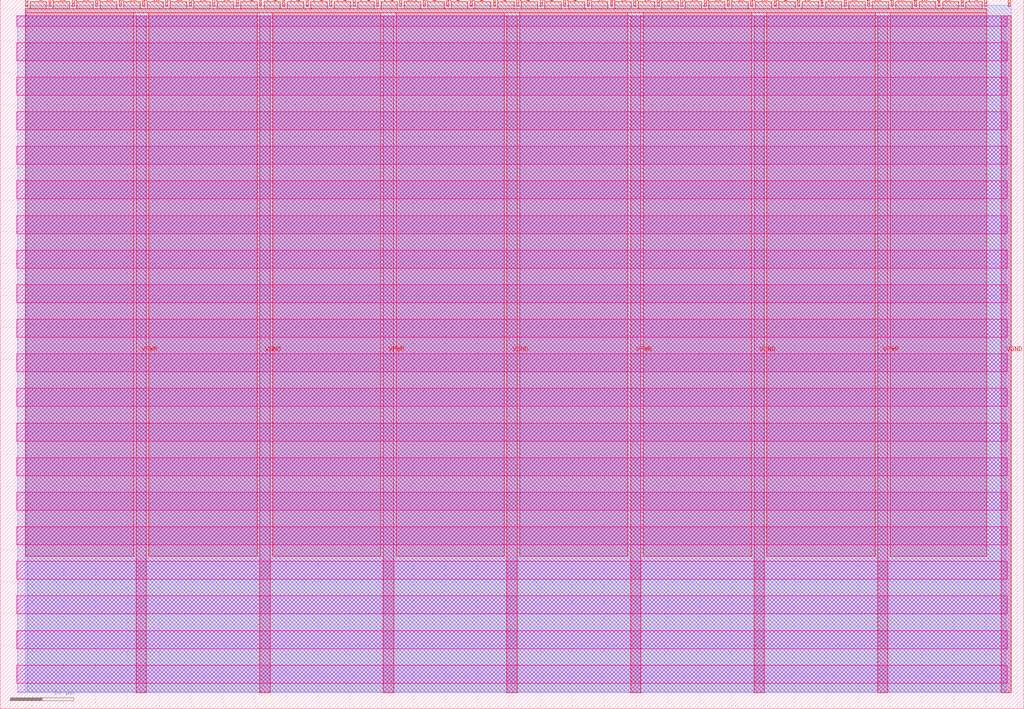
<source format=lef>
VERSION 5.7 ;
  NOWIREEXTENSIONATPIN ON ;
  DIVIDERCHAR "/" ;
  BUSBITCHARS "[]" ;
MACRO tt_um_vga_clock
  CLASS BLOCK ;
  FOREIGN tt_um_vga_clock ;
  ORIGIN 0.000 0.000 ;
  SIZE 161.000 BY 111.520 ;
  PIN VGND
    DIRECTION INOUT ;
    USE GROUND ;
    PORT
      LAYER met4 ;
        RECT 40.830 2.480 42.430 109.040 ;
    END
    PORT
      LAYER met4 ;
        RECT 79.700 2.480 81.300 109.040 ;
    END
    PORT
      LAYER met4 ;
        RECT 118.570 2.480 120.170 109.040 ;
    END
    PORT
      LAYER met4 ;
        RECT 157.440 2.480 159.040 109.040 ;
    END
  END VGND
  PIN VPWR
    DIRECTION INOUT ;
    USE POWER ;
    PORT
      LAYER met4 ;
        RECT 21.395 2.480 22.995 109.040 ;
    END
    PORT
      LAYER met4 ;
        RECT 60.265 2.480 61.865 109.040 ;
    END
    PORT
      LAYER met4 ;
        RECT 99.135 2.480 100.735 109.040 ;
    END
    PORT
      LAYER met4 ;
        RECT 138.005 2.480 139.605 109.040 ;
    END
  END VPWR
  PIN clk
    DIRECTION INPUT ;
    USE SIGNAL ;
    ANTENNAGATEAREA 0.852000 ;
    PORT
      LAYER met4 ;
        RECT 154.870 110.520 155.170 111.520 ;
    END
  END clk
  PIN ena
    DIRECTION INPUT ;
    USE SIGNAL ;
    PORT
      LAYER met4 ;
        RECT 158.550 110.520 158.850 111.520 ;
    END
  END ena
  PIN rst_n
    DIRECTION INPUT ;
    USE SIGNAL ;
    ANTENNAGATEAREA 0.213000 ;
    PORT
      LAYER met4 ;
        RECT 151.190 110.520 151.490 111.520 ;
    END
  END rst_n
  PIN ui_in[0]
    DIRECTION INPUT ;
    USE SIGNAL ;
    ANTENNAGATEAREA 0.126000 ;
    PORT
      LAYER met4 ;
        RECT 147.510 110.520 147.810 111.520 ;
    END
  END ui_in[0]
  PIN ui_in[1]
    DIRECTION INPUT ;
    USE SIGNAL ;
    ANTENNAGATEAREA 0.159000 ;
    PORT
      LAYER met4 ;
        RECT 143.830 110.520 144.130 111.520 ;
    END
  END ui_in[1]
  PIN ui_in[2]
    DIRECTION INPUT ;
    USE SIGNAL ;
    ANTENNAGATEAREA 0.159000 ;
    PORT
      LAYER met4 ;
        RECT 140.150 110.520 140.450 111.520 ;
    END
  END ui_in[2]
  PIN ui_in[3]
    DIRECTION INPUT ;
    USE SIGNAL ;
    ANTENNAGATEAREA 0.159000 ;
    PORT
      LAYER met4 ;
        RECT 136.470 110.520 136.770 111.520 ;
    END
  END ui_in[3]
  PIN ui_in[4]
    DIRECTION INPUT ;
    USE SIGNAL ;
    PORT
      LAYER met4 ;
        RECT 132.790 110.520 133.090 111.520 ;
    END
  END ui_in[4]
  PIN ui_in[5]
    DIRECTION INPUT ;
    USE SIGNAL ;
    PORT
      LAYER met4 ;
        RECT 129.110 110.520 129.410 111.520 ;
    END
  END ui_in[5]
  PIN ui_in[6]
    DIRECTION INPUT ;
    USE SIGNAL ;
    PORT
      LAYER met4 ;
        RECT 125.430 110.520 125.730 111.520 ;
    END
  END ui_in[6]
  PIN ui_in[7]
    DIRECTION INPUT ;
    USE SIGNAL ;
    PORT
      LAYER met4 ;
        RECT 121.750 110.520 122.050 111.520 ;
    END
  END ui_in[7]
  PIN uio_in[0]
    DIRECTION INPUT ;
    USE SIGNAL ;
    PORT
      LAYER met4 ;
        RECT 118.070 110.520 118.370 111.520 ;
    END
  END uio_in[0]
  PIN uio_in[1]
    DIRECTION INPUT ;
    USE SIGNAL ;
    PORT
      LAYER met4 ;
        RECT 114.390 110.520 114.690 111.520 ;
    END
  END uio_in[1]
  PIN uio_in[2]
    DIRECTION INPUT ;
    USE SIGNAL ;
    PORT
      LAYER met4 ;
        RECT 110.710 110.520 111.010 111.520 ;
    END
  END uio_in[2]
  PIN uio_in[3]
    DIRECTION INPUT ;
    USE SIGNAL ;
    PORT
      LAYER met4 ;
        RECT 107.030 110.520 107.330 111.520 ;
    END
  END uio_in[3]
  PIN uio_in[4]
    DIRECTION INPUT ;
    USE SIGNAL ;
    PORT
      LAYER met4 ;
        RECT 103.350 110.520 103.650 111.520 ;
    END
  END uio_in[4]
  PIN uio_in[5]
    DIRECTION INPUT ;
    USE SIGNAL ;
    PORT
      LAYER met4 ;
        RECT 99.670 110.520 99.970 111.520 ;
    END
  END uio_in[5]
  PIN uio_in[6]
    DIRECTION INPUT ;
    USE SIGNAL ;
    PORT
      LAYER met4 ;
        RECT 95.990 110.520 96.290 111.520 ;
    END
  END uio_in[6]
  PIN uio_in[7]
    DIRECTION INPUT ;
    USE SIGNAL ;
    PORT
      LAYER met4 ;
        RECT 92.310 110.520 92.610 111.520 ;
    END
  END uio_in[7]
  PIN uio_oe[0]
    DIRECTION OUTPUT TRISTATE ;
    USE SIGNAL ;
    PORT
      LAYER met4 ;
        RECT 29.750 110.520 30.050 111.520 ;
    END
  END uio_oe[0]
  PIN uio_oe[1]
    DIRECTION OUTPUT TRISTATE ;
    USE SIGNAL ;
    PORT
      LAYER met4 ;
        RECT 26.070 110.520 26.370 111.520 ;
    END
  END uio_oe[1]
  PIN uio_oe[2]
    DIRECTION OUTPUT TRISTATE ;
    USE SIGNAL ;
    PORT
      LAYER met4 ;
        RECT 22.390 110.520 22.690 111.520 ;
    END
  END uio_oe[2]
  PIN uio_oe[3]
    DIRECTION OUTPUT TRISTATE ;
    USE SIGNAL ;
    PORT
      LAYER met4 ;
        RECT 18.710 110.520 19.010 111.520 ;
    END
  END uio_oe[3]
  PIN uio_oe[4]
    DIRECTION OUTPUT TRISTATE ;
    USE SIGNAL ;
    PORT
      LAYER met4 ;
        RECT 15.030 110.520 15.330 111.520 ;
    END
  END uio_oe[4]
  PIN uio_oe[5]
    DIRECTION OUTPUT TRISTATE ;
    USE SIGNAL ;
    PORT
      LAYER met4 ;
        RECT 11.350 110.520 11.650 111.520 ;
    END
  END uio_oe[5]
  PIN uio_oe[6]
    DIRECTION OUTPUT TRISTATE ;
    USE SIGNAL ;
    PORT
      LAYER met4 ;
        RECT 7.670 110.520 7.970 111.520 ;
    END
  END uio_oe[6]
  PIN uio_oe[7]
    DIRECTION OUTPUT TRISTATE ;
    USE SIGNAL ;
    PORT
      LAYER met4 ;
        RECT 3.990 110.520 4.290 111.520 ;
    END
  END uio_oe[7]
  PIN uio_out[0]
    DIRECTION OUTPUT TRISTATE ;
    USE SIGNAL ;
    PORT
      LAYER met4 ;
        RECT 59.190 110.520 59.490 111.520 ;
    END
  END uio_out[0]
  PIN uio_out[1]
    DIRECTION OUTPUT TRISTATE ;
    USE SIGNAL ;
    PORT
      LAYER met4 ;
        RECT 55.510 110.520 55.810 111.520 ;
    END
  END uio_out[1]
  PIN uio_out[2]
    DIRECTION OUTPUT TRISTATE ;
    USE SIGNAL ;
    PORT
      LAYER met4 ;
        RECT 51.830 110.520 52.130 111.520 ;
    END
  END uio_out[2]
  PIN uio_out[3]
    DIRECTION OUTPUT TRISTATE ;
    USE SIGNAL ;
    PORT
      LAYER met4 ;
        RECT 48.150 110.520 48.450 111.520 ;
    END
  END uio_out[3]
  PIN uio_out[4]
    DIRECTION OUTPUT TRISTATE ;
    USE SIGNAL ;
    PORT
      LAYER met4 ;
        RECT 44.470 110.520 44.770 111.520 ;
    END
  END uio_out[4]
  PIN uio_out[5]
    DIRECTION OUTPUT TRISTATE ;
    USE SIGNAL ;
    PORT
      LAYER met4 ;
        RECT 40.790 110.520 41.090 111.520 ;
    END
  END uio_out[5]
  PIN uio_out[6]
    DIRECTION OUTPUT TRISTATE ;
    USE SIGNAL ;
    PORT
      LAYER met4 ;
        RECT 37.110 110.520 37.410 111.520 ;
    END
  END uio_out[6]
  PIN uio_out[7]
    DIRECTION OUTPUT TRISTATE ;
    USE SIGNAL ;
    PORT
      LAYER met4 ;
        RECT 33.430 110.520 33.730 111.520 ;
    END
  END uio_out[7]
  PIN uo_out[0]
    DIRECTION OUTPUT TRISTATE ;
    USE SIGNAL ;
    ANTENNADIFFAREA 0.891000 ;
    PORT
      LAYER met4 ;
        RECT 88.630 110.520 88.930 111.520 ;
    END
  END uo_out[0]
  PIN uo_out[1]
    DIRECTION OUTPUT TRISTATE ;
    USE SIGNAL ;
    ANTENNADIFFAREA 0.891000 ;
    PORT
      LAYER met4 ;
        RECT 84.950 110.520 85.250 111.520 ;
    END
  END uo_out[1]
  PIN uo_out[2]
    DIRECTION OUTPUT TRISTATE ;
    USE SIGNAL ;
    ANTENNADIFFAREA 1.431000 ;
    PORT
      LAYER met4 ;
        RECT 81.270 110.520 81.570 111.520 ;
    END
  END uo_out[2]
  PIN uo_out[3]
    DIRECTION OUTPUT TRISTATE ;
    USE SIGNAL ;
    ANTENNADIFFAREA 0.445500 ;
    PORT
      LAYER met4 ;
        RECT 77.590 110.520 77.890 111.520 ;
    END
  END uo_out[3]
  PIN uo_out[4]
    DIRECTION OUTPUT TRISTATE ;
    USE SIGNAL ;
    ANTENNADIFFAREA 0.445500 ;
    PORT
      LAYER met4 ;
        RECT 73.910 110.520 74.210 111.520 ;
    END
  END uo_out[4]
  PIN uo_out[5]
    DIRECTION OUTPUT TRISTATE ;
    USE SIGNAL ;
    ANTENNADIFFAREA 0.445500 ;
    PORT
      LAYER met4 ;
        RECT 70.230 110.520 70.530 111.520 ;
    END
  END uo_out[5]
  PIN uo_out[6]
    DIRECTION OUTPUT TRISTATE ;
    USE SIGNAL ;
    ANTENNADIFFAREA 0.891000 ;
    PORT
      LAYER met4 ;
        RECT 66.550 110.520 66.850 111.520 ;
    END
  END uo_out[6]
  PIN uo_out[7]
    DIRECTION OUTPUT TRISTATE ;
    USE SIGNAL ;
    ANTENNADIFFAREA 0.891000 ;
    PORT
      LAYER met4 ;
        RECT 62.870 110.520 63.170 111.520 ;
    END
  END uo_out[7]
  OBS
      LAYER nwell ;
        RECT 2.570 107.385 158.430 108.990 ;
        RECT 2.570 101.945 158.430 104.775 ;
        RECT 2.570 96.505 158.430 99.335 ;
        RECT 2.570 91.065 158.430 93.895 ;
        RECT 2.570 85.625 158.430 88.455 ;
        RECT 2.570 80.185 158.430 83.015 ;
        RECT 2.570 74.745 158.430 77.575 ;
        RECT 2.570 69.305 158.430 72.135 ;
        RECT 2.570 63.865 158.430 66.695 ;
        RECT 2.570 58.425 158.430 61.255 ;
        RECT 2.570 52.985 158.430 55.815 ;
        RECT 2.570 47.545 158.430 50.375 ;
        RECT 2.570 42.105 158.430 44.935 ;
        RECT 2.570 36.665 158.430 39.495 ;
        RECT 2.570 31.225 158.430 34.055 ;
        RECT 2.570 25.785 158.430 28.615 ;
        RECT 2.570 20.345 158.430 23.175 ;
        RECT 2.570 14.905 158.430 17.735 ;
        RECT 2.570 9.465 158.430 12.295 ;
        RECT 2.570 4.025 158.430 6.855 ;
      LAYER li1 ;
        RECT 2.760 2.635 158.240 108.885 ;
      LAYER met1 ;
        RECT 2.760 2.480 159.040 109.040 ;
      LAYER met2 ;
        RECT 4.230 2.535 159.010 110.685 ;
      LAYER met3 ;
        RECT 3.950 2.555 159.030 110.665 ;
      LAYER met4 ;
        RECT 4.690 110.120 7.270 111.170 ;
        RECT 8.370 110.120 10.950 111.170 ;
        RECT 12.050 110.120 14.630 111.170 ;
        RECT 15.730 110.120 18.310 111.170 ;
        RECT 19.410 110.120 21.990 111.170 ;
        RECT 23.090 110.120 25.670 111.170 ;
        RECT 26.770 110.120 29.350 111.170 ;
        RECT 30.450 110.120 33.030 111.170 ;
        RECT 34.130 110.120 36.710 111.170 ;
        RECT 37.810 110.120 40.390 111.170 ;
        RECT 41.490 110.120 44.070 111.170 ;
        RECT 45.170 110.120 47.750 111.170 ;
        RECT 48.850 110.120 51.430 111.170 ;
        RECT 52.530 110.120 55.110 111.170 ;
        RECT 56.210 110.120 58.790 111.170 ;
        RECT 59.890 110.120 62.470 111.170 ;
        RECT 63.570 110.120 66.150 111.170 ;
        RECT 67.250 110.120 69.830 111.170 ;
        RECT 70.930 110.120 73.510 111.170 ;
        RECT 74.610 110.120 77.190 111.170 ;
        RECT 78.290 110.120 80.870 111.170 ;
        RECT 81.970 110.120 84.550 111.170 ;
        RECT 85.650 110.120 88.230 111.170 ;
        RECT 89.330 110.120 91.910 111.170 ;
        RECT 93.010 110.120 95.590 111.170 ;
        RECT 96.690 110.120 99.270 111.170 ;
        RECT 100.370 110.120 102.950 111.170 ;
        RECT 104.050 110.120 106.630 111.170 ;
        RECT 107.730 110.120 110.310 111.170 ;
        RECT 111.410 110.120 113.990 111.170 ;
        RECT 115.090 110.120 117.670 111.170 ;
        RECT 118.770 110.120 121.350 111.170 ;
        RECT 122.450 110.120 125.030 111.170 ;
        RECT 126.130 110.120 128.710 111.170 ;
        RECT 129.810 110.120 132.390 111.170 ;
        RECT 133.490 110.120 136.070 111.170 ;
        RECT 137.170 110.120 139.750 111.170 ;
        RECT 140.850 110.120 143.430 111.170 ;
        RECT 144.530 110.120 147.110 111.170 ;
        RECT 148.210 110.120 150.790 111.170 ;
        RECT 151.890 110.120 154.470 111.170 ;
        RECT 3.975 109.440 155.185 110.120 ;
        RECT 3.975 23.975 20.995 109.440 ;
        RECT 23.395 23.975 40.430 109.440 ;
        RECT 42.830 23.975 59.865 109.440 ;
        RECT 62.265 23.975 79.300 109.440 ;
        RECT 81.700 23.975 98.735 109.440 ;
        RECT 101.135 23.975 118.170 109.440 ;
        RECT 120.570 23.975 137.605 109.440 ;
        RECT 140.005 23.975 155.185 109.440 ;
  END
END tt_um_vga_clock
END LIBRARY


</source>
